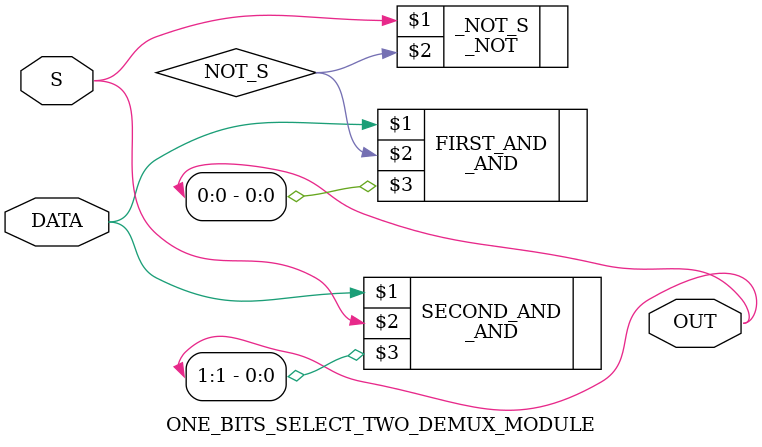
<source format=sv>
module ONE_BITS_SELECT_TWO_DEMUX_MODULE (DATA, S, OUT);
	
	input logic DATA;
	input logic S;
	output logic [1:0] OUT;
	logic NOT_S;
	
	_NOT 
		_NOT_S (S, NOT_S);
		
	_AND
		FIRST_AND  (DATA, NOT_S, OUT[0]),
		SECOND_AND (DATA, S, OUT[1]);
		
endmodule 
</source>
